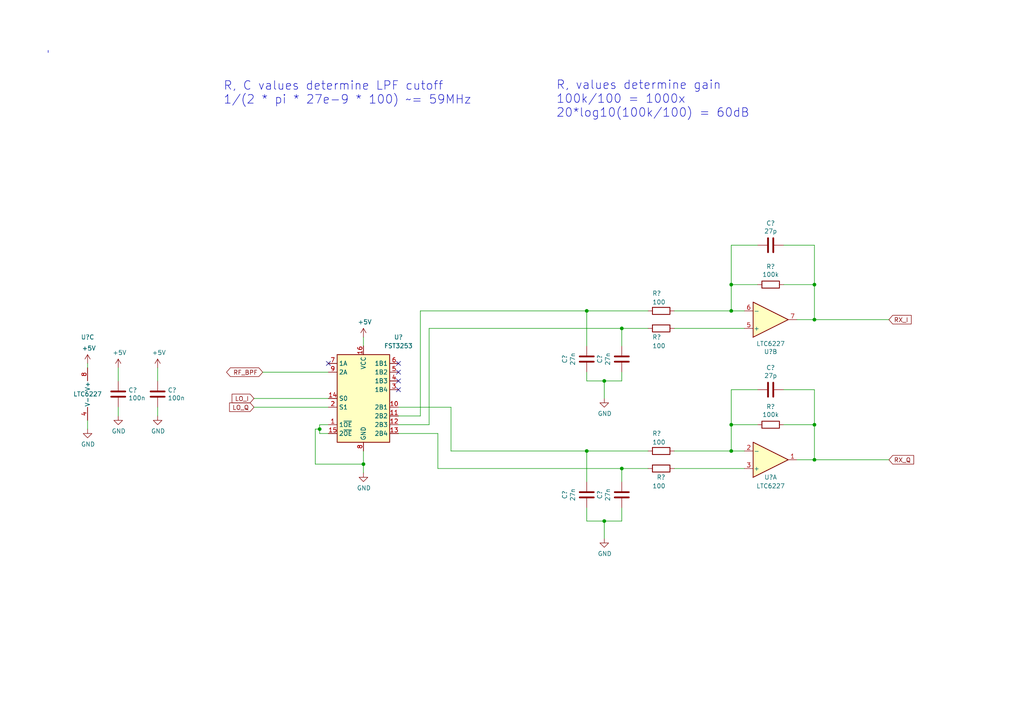
<source format=kicad_sch>
(kicad_sch (version 20230121) (generator eeschema)
  (paper "A4")
  (lib_symbols
    (symbol "Amplifier_Operational:LM4562" (pin_names (offset 0.127))
      (property "Reference" "U" (at 0 5.08 0))
      (property "Value" "LM4562" (at 0 -5.08 0))
      (symbol "LM4562_1_1"
        (polyline (pts (xy -5.08 5.08) (xy 5.08 0) (xy -5.08 -5.08) (xy -5.08 5.08)) (stroke (width 0.254)) (fill (type background)))
        (pin output line (at 7.62 0 180) (length 2.54) (name "~") (number "1"))
        (pin input line (at -7.62 -2.54 0) (length 2.54) (name "-") (number "2"))
        (pin input line (at -7.62 2.54 0) (length 2.54) (name "+") (number "3"))
      )
      (symbol "LM4562_2_1"
        (polyline (pts (xy -5.08 5.08) (xy 5.08 0) (xy -5.08 -5.08) (xy -5.08 5.08)) (stroke (width 0.254)) (fill (type background)))
        (pin input line (at -7.62 2.54 0) (length 2.54) (name "+") (number "5"))
        (pin input line (at -7.62 -2.54 0) (length 2.54) (name "-") (number "6"))
        (pin output line (at 7.62 0 180) (length 2.54) (name "~") (number "7"))
      )
      (symbol "LM4562_3_1"
        (pin power_in line (at -2.54 -7.62 90) (length 3.81) (name "V-") (number "4"))
        (pin power_in line (at -2.54 7.62 270) (length 3.81) (name "V+") (number "8"))
      )
    )
    (symbol "Device:C" (pin_numbers hide) (pin_names (offset 0.254))
      (property "Reference" "C" (at 0.635 2.54 0))
      (property "Value" "C" (at 0.635 -2.54 0))
      (symbol "C_0_1"
        (polyline (pts (xy -2.032 -0.762) (xy 2.032 -0.762)) (stroke (width 0.508)))
        (polyline (pts (xy -2.032 0.762) (xy 2.032 0.762)) (stroke (width 0.508)))
      )
      (symbol "C_1_1"
        (pin passive line (at 0 3.81 270) (length 2.794) (name "~") (number "1"))
        (pin passive line (at 0 -3.81 90) (length 2.794) (name "~") (number "2"))
      )
    )
    (symbol "Device:R" (pin_numbers hide) (pin_names (offset 0))
      (property "Reference" "R" (at 2.032 0 90))
      (property "Value" "R" (at 0 0 90))
      (symbol "R_0_1"
        (rectangle (start -1.016 -2.54) (end 1.016 2.54) (stroke (width 0.254)))
      )
      (symbol "R_1_1"
        (pin passive line (at 0 3.81 270) (length 1.27) (name "~") (number "1"))
        (pin passive line (at 0 -3.81 90) (length 1.27) (name "~") (number "2"))
      )
    )
    (symbol "RADIO-rescue:FST5253-xcvr_components"
      (property "Reference" "U" (at -7.62 13.97 0))
      (property "Value" "FST5253-xcvr_components" (at -11.43 -13.97 0))
      (symbol "FST5253-xcvr_components_0_1"
        (rectangle (start -7.62 12.7) (end 7.62 -12.7) (stroke (width 0.254)) (fill (type background)))
        (rectangle (start 7.62 -12.7) (end 7.62 -12.7))
      )
      (symbol "FST5253-xcvr_components_1_1"
        (pin input line (at -10.16 -7.62 0) (length 2.54) (name "1~{OE}") (number "1"))
        (pin bidirectional line (at 10.16 -2.54 180) (length 2.54) (name "2B1") (number "10"))
        (pin bidirectional line (at 10.16 -5.08 180) (length 2.54) (name "2B2") (number "11"))
        (pin bidirectional line (at 10.16 -7.62 180) (length 2.54) (name "2B3") (number "12"))
        (pin bidirectional line (at 10.16 -10.16 180) (length 2.54) (name "2B4") (number "13"))
        (pin input line (at -10.16 0 0) (length 2.54) (name "S0") (number "14"))
        (pin input line (at -10.16 -10.16 0) (length 2.54) (name "2~{OE}") (number "15"))
        (pin power_in line (at 0 15.24 270) (length 2.54) (name "VCC") (number "16"))
        (pin input line (at -10.16 -2.54 0) (length 2.54) (name "S1") (number "2"))
        (pin bidirectional line (at 10.16 2.54 180) (length 2.54) (name "1B4") (number "3"))
        (pin bidirectional line (at 10.16 5.08 180) (length 2.54) (name "1B3") (number "4"))
        (pin bidirectional line (at 10.16 7.62 180) (length 2.54) (name "1B2") (number "5"))
        (pin bidirectional line (at 10.16 10.16 180) (length 2.54) (name "1B1") (number "6"))
        (pin bidirectional line (at -10.16 10.16 0) (length 2.54) (name "1A") (number "7"))
        (pin power_in line (at 0 -15.24 90) (length 2.54) (name "GND") (number "8"))
        (pin bidirectional line (at -10.16 7.62 0) (length 2.54) (name "2A") (number "9"))
      )
    )
    (symbol "power:+5V" (power) (pin_names (offset 0))
      (property "Value" "+5V" (at 0 3.556 0))
      (symbol "+5V_0_1"
        (polyline (pts (xy -0.762 1.27) (xy 0 2.54)))
        (polyline (pts (xy 0 0) (xy 0 2.54)))
        (polyline (pts (xy 0 2.54) (xy 0.762 1.27)))
      )
      (symbol "+5V_1_1"
        (pin power_in line (at 0 0 90) (length 0) hide (name "+5V") (number "1"))
      )
    )
    (symbol "power:GND" (power) (pin_names (offset 0))
      (property "Value" "GND" (at 0 -3.81 0))
      (symbol "GND_0_1"
        (polyline (pts (xy 0 0) (xy 0 -1.27) (xy 1.27 -1.27) (xy 0 -2.54) (xy -1.27 -1.27) (xy 0 -1.27)))
      )
      (symbol "GND_1_1"
        (pin power_in line (at 0 0 270) (length 0) hide (name "GND") (number "1"))
      )
    )
  )
  (junction (at 212.09 82.55))
  (junction (at 236.22 92.71))
  (junction (at 236.22 133.35))
  (junction (at 212.09 130.81))
  (junction (at 212.09 123.19))
  (junction (at 92.71 124.46))
  (junction (at 236.22 82.55))
  (junction (at 175.26 110.49))
  (junction (at 175.26 151.13))
  (junction (at 212.09 90.17))
  (junction (at 105.41 134.62))
  (junction (at 170.18 130.81))
  (junction (at 180.34 135.89))
  (junction (at 170.18 90.17))
  (junction (at 236.22 123.19))
  (junction (at 180.34 95.25))
  (no_connect (at 115.57 107.95))
  (no_connect (at 115.57 113.03))
  (no_connect (at 115.57 105.41))
  (no_connect (at 115.57 110.49))
  (no_connect (at 95.25 105.41))
  (wire (pts (xy 25.4 121.92) (xy 25.4 124.46)))
  (wire (pts (xy 124.46 95.25) (xy 180.34 95.25)))
  (wire (pts (xy 212.09 113.03) (xy 212.09 123.19)))
  (wire (pts (xy 180.34 147.32) (xy 180.34 151.13)))
  (wire (pts (xy 227.33 82.55) (xy 236.22 82.55)))
  (wire (pts (xy 180.34 100.33) (xy 180.34 95.25)))
  (wire (pts (xy 212.09 123.19) (xy 212.09 130.81)))
  (wire (pts (xy 25.4 105.41) (xy 25.4 106.68)))
  (wire (pts (xy 175.26 110.49) (xy 170.18 110.49)))
  (wire (pts (xy 212.09 130.81) (xy 215.9 130.81)))
  (wire (pts (xy 195.58 90.17) (xy 212.09 90.17)))
  (wire (pts (xy 219.71 113.03) (xy 212.09 113.03)))
  (wire (pts (xy 34.29 106.68) (xy 34.29 110.49)))
  (wire (pts (xy 115.57 120.65) (xy 121.92 120.65)))
  (wire (pts (xy 121.92 120.65) (xy 121.92 90.17)))
  (wire (pts (xy 212.09 82.55) (xy 219.71 82.55)))
  (wire (pts (xy 236.22 71.12) (xy 236.22 82.55)))
  (wire (pts (xy 236.22 113.03) (xy 236.22 123.19)))
  (wire (pts (xy 115.57 118.11) (xy 130.81 118.11)))
  (wire (pts (xy 195.58 135.89) (xy 215.9 135.89)))
  (wire (pts (xy 170.18 107.95) (xy 170.18 110.49)))
  (wire (pts (xy 212.09 71.12) (xy 212.09 82.55)))
  (wire (pts (xy 127 125.73) (xy 115.57 125.73)))
  (wire (pts (xy 180.34 107.95) (xy 180.34 110.49)))
  (wire (pts (xy 92.71 124.46) (xy 92.71 123.19)))
  (wire (pts (xy 236.22 92.71) (xy 231.14 92.71)))
  (wire (pts (xy 170.18 147.32) (xy 170.18 151.13)))
  (wire (pts (xy 45.72 118.11) (xy 45.72 120.65)))
  (wire (pts (xy 91.44 124.46) (xy 92.71 124.46)))
  (wire (pts (xy 175.26 151.13) (xy 180.34 151.13)))
  (wire (pts (xy 105.41 97.79) (xy 105.41 100.33)))
  (wire (pts (xy 195.58 95.25) (xy 215.9 95.25)))
  (wire (pts (xy 180.34 95.25) (xy 187.96 95.25)))
  (wire (pts (xy 127 135.89) (xy 127 125.73)))
  (wire (pts (xy 215.9 90.17) (xy 212.09 90.17)))
  (wire (pts (xy 175.26 151.13) (xy 175.26 156.21)))
  (wire (pts (xy 92.71 125.73) (xy 92.71 124.46)))
  (wire (pts (xy 170.18 130.81) (xy 187.96 130.81)))
  (wire (pts (xy 45.72 106.68) (xy 45.72 110.49)))
  (wire (pts (xy 219.71 123.19) (xy 212.09 123.19)))
  (wire (pts (xy 236.22 133.35) (xy 231.14 133.35)))
  (wire (pts (xy 236.22 92.71) (xy 257.81 92.71)))
  (wire (pts (xy 170.18 130.81) (xy 170.18 139.7)))
  (wire (pts (xy 130.81 118.11) (xy 130.81 130.81)))
  (wire (pts (xy 91.44 134.62) (xy 105.41 134.62)))
  (wire (pts (xy 180.34 135.89) (xy 187.96 135.89)))
  (wire (pts (xy 95.25 125.73) (xy 92.71 125.73)))
  (wire (pts (xy 170.18 151.13) (xy 175.26 151.13)))
  (wire (pts (xy 236.22 123.19) (xy 236.22 133.35)))
  (wire (pts (xy 195.58 130.81) (xy 212.09 130.81)))
  (wire (pts (xy 105.41 134.62) (xy 105.41 137.16)))
  (polyline (pts (xy 13.97 14.605) (xy 13.97 15.24)))
  (wire (pts (xy 212.09 90.17) (xy 212.09 82.55)))
  (wire (pts (xy 227.33 123.19) (xy 236.22 123.19)))
  (wire (pts (xy 115.57 123.19) (xy 124.46 123.19)))
  (wire (pts (xy 124.46 123.19) (xy 124.46 95.25)))
  (wire (pts (xy 236.22 82.55) (xy 236.22 92.71)))
  (wire (pts (xy 170.18 90.17) (xy 170.18 100.33)))
  (wire (pts (xy 105.41 130.81) (xy 105.41 134.62)))
  (wire (pts (xy 127 135.89) (xy 180.34 135.89)))
  (wire (pts (xy 130.81 130.81) (xy 170.18 130.81)))
  (wire (pts (xy 175.26 110.49) (xy 175.26 115.57)))
  (wire (pts (xy 170.18 90.17) (xy 187.96 90.17)))
  (wire (pts (xy 180.34 139.7) (xy 180.34 135.89)))
  (wire (pts (xy 73.66 118.11) (xy 95.25 118.11)))
  (wire (pts (xy 175.26 110.49) (xy 180.34 110.49)))
  (wire (pts (xy 34.29 118.11) (xy 34.29 120.65)))
  (wire (pts (xy 227.33 71.12) (xy 236.22 71.12)))
  (wire (pts (xy 91.44 124.46) (xy 91.44 134.62)))
  (wire (pts (xy 92.71 123.19) (xy 95.25 123.19)))
  (wire (pts (xy 236.22 133.35) (xy 257.81 133.35)))
  (wire (pts (xy 76.2 107.95) (xy 95.25 107.95)))
  (wire (pts (xy 73.66 115.57) (xy 95.25 115.57)))
  (wire (pts (xy 219.71 71.12) (xy 212.09 71.12)))
  (wire (pts (xy 227.33 113.03) (xy 236.22 113.03)))
  (wire (pts (xy 121.92 90.17) (xy 170.18 90.17)))
  (text "R, values determine gain\n100k/100 = 1000x\n20*log10(100k/100) = 60dB" (at 161.29 34.29 0) (effects (font (size 2.5 2.5)) (justify left bottom)))
  (text "R, C values determine LPF cutoff\n1/(2 * pi * 27e-9 * 100) ~= 59MHz" (at 64.77 30.48 0) (effects (font (size 2.5 2.5)) (justify left bottom)))
  (global_label "RX_I" (shape input) (at 257.81 92.71 0) (property "Intersheetrefs" "${INTERSHEET_REFS}" (effects hide)))
  (global_label "RF_BPF" (shape bidirectional) (at 76.2 107.95 180) (property "Intersheetrefs" "${INTERSHEET_REFS}" (effects hide)))
  (global_label "RX_Q" (shape input) (at 257.81 133.35 0) (property "Intersheetrefs" "${INTERSHEET_REFS}" (effects hide)))
  (global_label "LO_Q" (shape input) (at 73.66 118.11 180) (property "Intersheetrefs" "${INTERSHEET_REFS}" (effects hide)))
  (global_label "LO_I" (shape input) (at 73.66 115.57 180) (property "Intersheetrefs" "${INTERSHEET_REFS}" (effects hide)))
  (symbol (lib_id "Device:C") (at 223.52 113.03 90) (unit 1)
    (property "Reference" "C?" (at 223.52 106.6546 90))
    (property "Value" "27p" (at 223.52 108.966 90))
    (property "Footprint" "Capacitor_SMD:C_0805_2012Metric" (effects hide))
    (instances (project "RADIO" (path "" (reference "C?") (unit 1))) (project "pico_rx" (path "" (reference "C31") (unit 1))))
  )
  (symbol (lib_id "power:GND") (at 45.72 120.65 0) (unit 1)
    (property "Reference" "#PWR?" (effects hide))
    (property "Value" "GND" (at 45.847 125.0442 0))
    (instances (project "RADIO" (path "" (reference "#PWR?") (unit 1))) (project "pico_rx" (path "" (reference "#PWR023") (unit 1))))
  )
  (symbol (lib_id "Device:R") (at 223.52 123.19 90) (unit 1)
    (property "Reference" "R?" (at 223.52 117.9576 90))
    (property "Value" "100k" (at 223.52 120.269 90))
    (property "Footprint" "Resistor_SMD:R_0805_2012Metric" (effects hide))
    (instances (project "RADIO" (path "" (reference "R?") (unit 1))) (project "pico_rx" (path "" (reference "R8") (unit 1))))
  )
  (symbol (lib_id "Device:R") (at 223.52 82.55 90) (unit 1)
    (property "Reference" "R?" (at 223.52 77.3176 90))
    (property "Value" "100k" (at 223.52 79.629 90))
    (property "Footprint" "Resistor_SMD:R_0805_2012Metric" (effects hide))
    (instances (project "RADIO" (path "" (reference "R?") (unit 1))) (project "pico_rx" (path "" (reference "R7") (unit 1))))
  )
  (symbol (lib_id "Device:R") (at 191.77 135.89 270) (unit 1)
    (property "Reference" "R?" (at 193.04 138.43 90) (effects (justify right)))
    (property "Value" "100" (at 193.04 140.97 90) (effects (justify right)))
    (property "Footprint" "Resistor_SMD:R_0805_2012Metric" (effects hide))
    (instances (project "RADIO" (path "" (reference "R?") (unit 1))) (project "pico_rx" (path "" (reference "R6") (unit 1))))
  )
  (symbol (lib_id "power:GND") (at 105.41 137.16 0) (unit 1)
    (property "Reference" "#PWR?" (effects hide))
    (property "Value" "GND" (at 105.537 141.5542 0))
    (instances (project "RADIO" (path "" (reference "#PWR?") (unit 1))) (project "pico_rx" (path "" (reference "#PWR021") (unit 1))))
  )
  (symbol (lib_id "power:GND") (at 34.29 120.65 0) (unit 1)
    (property "Reference" "#PWR?" (effects hide))
    (property "Value" "GND" (at 34.417 125.0442 0))
    (instances (project "RADIO" (path "" (reference "#PWR?") (unit 1))) (project "pico_rx" (path "" (reference "#PWR019") (unit 1))))
  )
  (symbol (lib_id "power:GND") (at 25.4 124.46 0) (unit 1)
    (property "Reference" "#PWR?" (effects hide))
    (property "Value" "GND" (at 25.527 128.8542 0))
    (instances (project "RADIO" (path "" (reference "#PWR?") (unit 1))) (project "pico_rx" (path "" (reference "#PWR017") (unit 1))))
  )
  (symbol (lib_id "power:+5V") (at 105.41 97.79 0) (unit 1)
    (property "Reference" "#PWR?" (effects hide))
    (property "Value" "+5V" (at 105.791 93.3958 0))
    (instances (project "RADIO" (path "" (reference "#PWR?") (unit 1))) (project "pico_rx" (path "" (reference "#PWR020") (unit 1))))
  )
  (symbol (lib_id "RADIO-rescue:FST5253-xcvr_components") (at 105.41 115.57 0) (unit 1)
    (property "Reference" "U?" (at 115.57 97.79 0))
    (property "Value" "FST3253" (at 115.57 100.33 0))
    (property "Footprint" "Package_SO:SOIC-16_3.9x9.9mm_P1.27mm" (effects hide))
    (property "Datasheet" "http://www.ti.com/lit/gpn/sn74cbt3253" (effects hide))
    (instances (project "RADIO" (path "" (reference "U?") (unit 1)) (path "" (reference "U?") (unit 1))) (project "pico_rx" (path "" (reference "U4") (unit 1))))
  )
  (symbol (lib_id "Device:C") (at 180.34 143.51 180) (unit 1)
    (property "Reference" "C?" (at 173.9646 143.51 90))
    (property "Value" "27n" (at 176.276 143.51 90))
    (property "Footprint" "Capacitor_SMD:C_0805_2012Metric" (effects hide))
    (instances (project "RADIO" (path "" (reference "C?") (unit 1))) (project "pico_rx" (path "" (reference "C29") (unit 1))))
  )
  (symbol (lib_id "power:+5V") (at 45.72 106.68 0) (unit 1)
    (property "Reference" "#PWR?" (effects hide))
    (property "Value" "+5V" (at 46.101 102.2858 0))
    (instances (project "RADIO" (path "" (reference "#PWR?") (unit 1))) (project "pico_rx" (path "" (reference "#PWR022") (unit 1))))
  )
  (symbol (lib_id "Device:C") (at 180.34 104.14 180) (unit 1)
    (property "Reference" "C?" (at 173.9646 104.14 90))
    (property "Value" "27n" (at 176.276 104.14 90))
    (property "Footprint" "Capacitor_SMD:C_0805_2012Metric" (effects hide))
    (instances (project "RADIO" (path "" (reference "C?") (unit 1))) (project "pico_rx" (path "" (reference "C28") (unit 1))))
  )
  (symbol (lib_id "power:+5V") (at 25.4 105.41 0) (unit 1)
    (property "Reference" "#PWR?" (effects hide))
    (property "Value" "+5V" (at 25.781 101.0158 0))
    (instances (project "RADIO" (path "" (reference "#PWR?") (unit 1))) (project "pico_rx" (path "" (reference "#PWR016") (unit 1))))
  )
  (symbol (lib_id "Device:C") (at 170.18 143.51 180) (unit 1)
    (property "Reference" "C?" (at 163.8046 143.51 90))
    (property "Value" "27n" (at 166.116 143.51 90))
    (property "Footprint" "Capacitor_SMD:C_0805_2012Metric" (effects hide))
    (instances (project "RADIO" (path "" (reference "C?") (unit 1))) (project "pico_rx" (path "" (reference "C27") (unit 1))))
  )
  (symbol (lib_id "power:GND") (at 175.26 156.21 0) (unit 1)
    (property "Reference" "#PWR?" (effects hide))
    (property "Value" "GND" (at 175.387 160.6042 0))
    (instances (project "RADIO" (path "" (reference "#PWR?") (unit 1))) (project "pico_rx" (path "" (reference "#PWR025") (unit 1))))
  )
  (symbol (lib_id "Device:R") (at 191.77 90.17 270) (unit 1)
    (property "Reference" "R?" (at 191.77 85.09 90) (effects (justify right)))
    (property "Value" "100" (at 193.04 87.63 90) (effects (justify right)))
    (property "Footprint" "Resistor_SMD:R_0805_2012Metric" (effects hide))
    (instances (project "RADIO" (path "" (reference "R?") (unit 1))) (project "pico_rx" (path "" (reference "R3") (unit 1))))
  )
  (symbol (lib_id "Device:R") (at 191.77 130.81 270) (unit 1)
    (property "Reference" "R?" (at 191.77 125.73 90) (effects (justify right)))
    (property "Value" "100" (at 193.04 128.27 90) (effects (justify right)))
    (property "Footprint" "Resistor_SMD:R_0805_2012Metric" (effects hide))
    (instances (project "RADIO" (path "" (reference "R?") (unit 1))) (project "pico_rx" (path "" (reference "R5") (unit 1))))
  )
  (symbol (lib_id "Device:C") (at 170.18 104.14 180) (unit 1)
    (property "Reference" "C?" (at 163.8046 104.14 90))
    (property "Value" "27n" (at 166.116 104.14 90))
    (property "Footprint" "Capacitor_SMD:C_0805_2012Metric" (effects hide))
    (instances (project "RADIO" (path "" (reference "C?") (unit 1))) (project "pico_rx" (path "" (reference "C26") (unit 1))))
  )
  (symbol (lib_id "Device:C") (at 45.72 114.3 0) (unit 1)
    (property "Reference" "C?" (at 48.641 113.157 0) (effects (justify left)))
    (property "Value" "100n" (at 48.641 115.443 0) (effects (justify left)))
    (property "Footprint" "Capacitor_SMD:C_0805_2012Metric" (effects hide))
    (instances (project "RADIO" (path "" (reference "C?") (unit 1))) (project "pico_rx" (path "" (reference "C25") (unit 1))))
  )
  (symbol (lib_id "Device:C") (at 34.29 114.3 0) (unit 1)
    (property "Reference" "C?" (at 37.211 113.157 0) (effects (justify left)))
    (property "Value" "100n" (at 37.211 115.443 0) (effects (justify left)))
    (property "Footprint" "Capacitor_SMD:C_0805_2012Metric" (effects hide))
    (instances (project "RADIO" (path "" (reference "C?") (unit 1))) (project "pico_rx" (path "" (reference "C24") (unit 1))))
  )
  (symbol (lib_id "Device:R") (at 191.77 95.25 270) (unit 1)
    (property "Reference" "R?" (at 191.77 97.79 90) (effects (justify right)))
    (property "Value" "100" (at 193.04 100.33 90) (effects (justify right)))
    (property "Footprint" "Resistor_SMD:R_0805_2012Metric" (effects hide))
    (instances (project "RADIO" (path "" (reference "R?") (unit 1))) (project "pico_rx" (path "" (reference "R4") (unit 1))))
  )
  (symbol (lib_id "Amplifier_Operational:LM4562") (at 223.52 92.71 0) (mirror x) (unit 2)
    (property "Reference" "U?" (at 223.52 102.0064 0))
    (property "Value" "LTC6227" (at 223.52 99.695 0))
    (property "Footprint" "Package_SO:MSOP-8-1EP_3x3mm_P0.65mm_EP1.68x1.88mm" (effects hide))
    (property "Datasheet" "http://www.ti.com/lit/ds/symlink/lm4562.pdf" (effects hide))
    (instances (project "RADIO" (path "" (reference "U?") (unit 2))) (project "pico_rx" (path "" (reference "U3") (unit 2))))
  )
  (symbol (lib_id "power:GND") (at 175.26 115.57 0) (unit 1)
    (property "Reference" "#PWR?" (effects hide))
    (property "Value" "GND" (at 175.387 119.9642 0))
    (instances (project "RADIO" (path "" (reference "#PWR?") (unit 1))) (project "pico_rx" (path "" (reference "#PWR024") (unit 1))))
  )
  (symbol (lib_id "Amplifier_Operational:LM4562") (at 27.94 114.3 0) (unit 3)
    (property "Reference" "U?" (at 25.4 97.79 0))
    (property "Value" "LTC6227" (at 25.4 114.3 0))
    (property "Footprint" "Package_SO:MSOP-8-1EP_3x3mm_P0.65mm_EP1.68x1.88mm" (effects hide))
    (property "Datasheet" "http://www.ti.com/lit/ds/symlink/lm4562.pdf" (effects hide))
    (instances (project "RADIO" (path "" (reference "U?") (unit 3))) (project "pico_rx" (path "" (reference "U3") (unit 3))))
  )
  (symbol (lib_id "Amplifier_Operational:LM4562") (at 223.52 133.35 0) (mirror x) (unit 1)
    (property "Reference" "U?" (at 223.52 138.43 0))
    (property "Value" "LTC6227" (at 223.52 140.97 0))
    (property "Footprint" "Package_SO:MSOP-8-1EP_3x3mm_P0.65mm_EP1.68x1.88mm" (effects hide))
    (property "Datasheet" "http://www.ti.com/lit/ds/symlink/lm4562.pdf" (effects hide))
    (instances (project "RADIO" (path "" (reference "U?") (unit 1))) (project "pico_rx" (path "" (reference "U3") (unit 1))))
  )
  (symbol (lib_id "power:+5V") (at 34.29 106.68 0) (unit 1)
    (property "Reference" "#PWR?" (effects hide))
    (property "Value" "+5V" (at 34.671 102.2858 0))
    (instances (project "RADIO" (path "" (reference "#PWR?") (unit 1))) (project "pico_rx" (path "" (reference "#PWR018") (unit 1))))
  )
  (symbol (lib_id "Device:C") (at 223.52 71.12 90) (unit 1)
    (property "Reference" "C?" (at 223.52 64.7446 90))
    (property "Value" "27p" (at 223.52 67.056 90))
    (property "Footprint" "Capacitor_SMD:C_0805_2012Metric" (effects hide))
    (instances (project "RADIO" (path "" (reference "C?") (unit 1))) (project "pico_rx" (path "" (reference "C30") (unit 1))))
  )
)
</source>
